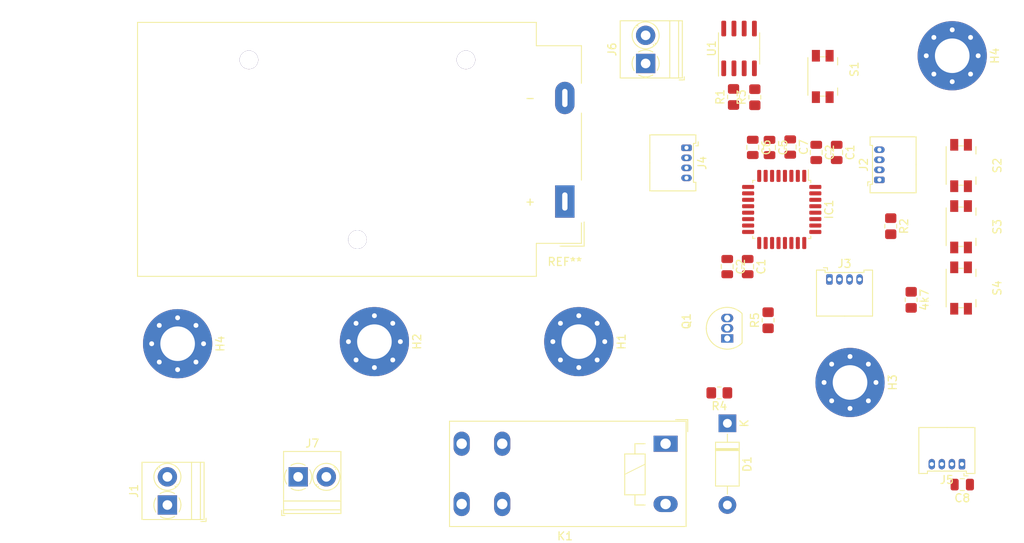
<source format=kicad_pcb>
(kicad_pcb (version 20221018) (generator pcbnew)
  (layers (0 "F.Cu" signal) (31 "B.Cu" signal) (34 "B.Paste" user) (35 "F.Paste" user) (36 "B.SilkS" user "B.Silkscreen") (37 "F.SilkS" user "F.Silkscreen") (38 "B.Mask" user) (39 "F.Mask" user) (44 "Edge.Cuts" user))
  (net 0 "")
  (net 1 "GND")
  (net 2 "VDA")
  (net 3 "Net-(D1-K)")
  (net 4 "Net-(D1-A)")
  (net 5 "12V")
  (net 6 "ST_SDA")
  (net 7 "ST_SCL")
  (net 8 "D0-T")
  (net 9 "NRST")
  (net 10 "D0-A")
  (net 12 "Dp_SCL")
  (net 13 "Dp_SDA")
  (net 15 "Net-(U1-ADJ)")
  (net 16 "ValvulaSolenoide_pin")
  (net 17 "5V")
  (net 23 "BtModo")
  (net 24 "BtMenos")
  (net 26 "BtMais")
  (net 27 "BOOT0")
  (net 36 "GND_bat")
  (net 44 "btGND")
  (net 45 "Net-(J7-Pin_1)")
  (net 46 "VDD")
  (footprint "TerminalBlock_Phoenix:TerminalBlock_Phoenix_PT-1,5-2-3.5-H_1x02_P3.50mm_Horizontal" (layer "F.Cu") (at 72.649935 116.84 90)
    (fp_text reference "J1" (at 1.75 -4.16 90) (layer "F.SilkS"))
    (fp_text value "TerminalBateria")
    (fp_line (start -2.05 4.16) (end -2.05 4.8) (stroke (width 0.12)) (layer "F.SilkS"))
    (fp_line (start -2.05 4.8) (end -1.65 4.8) (stroke (width 0.12)) (layer "F.SilkS"))
    (fp_line (start -1.81 -3.16) (end -1.81 4.56) (stroke (width 0.12)) (layer "F.SilkS"))
    (fp_line (start -1.81 -3.16) (end 5.31 -3.16) (stroke (width 0.12)) (layer "F.SilkS"))
    (fp_line (start -1.81 3) (end 5.31 3) (stroke (width 0.12)) (layer "F.SilkS"))
    (fp_line (start -1.81 4.1) (end 5.31 4.1) (stroke (width 0.12)) (layer "F.SilkS"))
    (fp_line (start -1.81 4.56) (end 5.31 4.56) (stroke (width 0.12)) (layer "F.SilkS"))
    (fp_line (start 2.355 0.941) (end 2.226 1.069) (stroke (width 0.12)) (layer "F.SilkS"))
    (fp_line (start 2.525 1.181) (end 2.431 1.274) (stroke (width 0.12)) (layer "F.SilkS"))
    (fp_line (start 4.57 -1.275) (end 4.476 -1.181) (stroke (width 0.12)) (layer "F.SilkS"))
    (fp_line (start 4.775 -1.069) (end 4.646 -0.941) (stroke (width 0.12)) (layer "F.SilkS"))
    (fp_line (start 5.31 -3.16) (end 5.31 4.56) (stroke (width 0.12)) (layer "F.SilkS"))
    (fp_arc (start -1.425358 0.889894) (mid -1.680286 0.014012) (end -1.44 -0.866) (stroke (width 0.12)) (layer "F.SilkS"))
    (fp_arc (start -0.889894 -1.425358) (mid -0.014012 -1.680286) (end 0.866 -1.44) (stroke (width 0.12)) (layer "F.SilkS"))
    (fp_arc (start 0.028674 1.680099) (mid -0.435535 1.622918) (end -0.866 1.44) (stroke (width 0.12)) (layer "F.SilkS"))
    (fp_arc (start 0.890264 1.424721) (mid 0.463071 1.61492) (end 0 1.68) (stroke (width 0.12)) (layer "F.SilkS"))
    (fp_arc (start 1.425504 -0.890193) (mid 1.680626 0.000476) (end 1.425 0.891) (stroke (width 0.12)) (layer "F.SilkS"))
    (fp_circle (center 3.5 0) (end 5.18 0) (stroke (width 0.12)) (fill none) (layer "F.SilkS"))
    (pad "1" thru_hole rect (at 0 0 90) (size 2.4 2.4) (drill 1.2) (layers "*.Cu" "*.Mask") (net 5 "12V"))
    (pad "2" thru_hole circle (at 3.5 0 90) (size 2.4 2.4) (drill 1.2) (layers "*.Cu" "*.Mask") (net 36 "GND_bat"))
  )
  (footprint "MountingHole:MountingHole_4.3mm_M4_Pad_Via" (layer "F.Cu") (at 98.375 96.52 -90)
    (fp_text reference "H2" (at 0 -5.3 90) (layer "F.SilkS"))
    (fp_text value "MountingHole_Pad")
    (pad "1" thru_hole circle (at -3.225 0 270) (size 0.9 0.9) (drill 0.6) (layers "*.Cu" "*.Mask") (net 2 "VDA"))
    (pad "1" thru_hole circle (at -2.280419 -2.280419 270) (size 0.9 0.9) (drill 0.6) (layers "*.Cu" "*.Mask") (net 2 "VDA"))
    (pad "1" thru_hole circle (at -2.280419 2.280419 270) (size 0.9 0.9) (drill 0.6) (layers "*.Cu" "*.Mask") (net 2 "VDA"))
    (pad "1" thru_hole circle (at 0 -3.225 270) (size 0.9 0.9) (drill 0.6) (layers "*.Cu" "*.Mask") (net 2 "VDA"))
    (pad "1" thru_hole circle (at 0 0 270) (size 8.6 8.6) (drill 4.3) (layers "*.Cu" "*.Mask") (net 2 "VDA"))
    (pad "1" thru_hole circle (at 0 3.225 270) (size 0.9 0.9) (drill 0.6) (layers "*.Cu" "*.Mask") (net 2 "VDA"))
    (pad "1" thru_hole circle (at 2.280419 -2.280419 270) (size 0.9 0.9) (drill 0.6) (layers "*.Cu" "*.Mask") (net 2 "VDA"))
    (pad "1" thru_hole circle (at 2.280419 2.280419 270) (size 0.9 0.9) (drill 0.6) (layers "*.Cu" "*.Mask") (net 2 "VDA"))
    (pad "1" thru_hole circle (at 3.225 0 270) (size 0.9 0.9) (drill 0.6) (layers "*.Cu" "*.Mask") (net 2 "VDA"))
  )
  (footprint "Capacitor_SMD:C_0805_2012Metric" (layer "F.Cu") (at 144.76 87.19 -90)
    (fp_text reference "C1" (at 0 -1.68 90) (layer "F.SilkS"))
    (fp_text value "10uF")
    (fp_line (start -0.261252 -0.735) (end 0.261252 -0.735) (stroke (width 0.12)) (layer "F.SilkS"))
    (fp_line (start -0.261252 0.735) (end 0.261252 0.735) (stroke (width 0.12)) (layer "F.SilkS"))
    (pad "1" smd roundrect (at -0.95 0 270) (size 1 1.45) (layers "F.Cu" "F.Paste" "F.Mask") (net 2 "VDA"))
    (pad "2" smd roundrect (at 0.95 0 270) (size 1 1.45) (layers "F.Cu" "F.Paste" "F.Mask") (net 1 "GND"))
  )
  (footprint "Button_Switch_SMD:Panasonic_EVQPUK_EVQPUB" (layer "F.Cu") (at 154.09 63.535 -90)
    (fp_text reference "S1" (at -0.892231 -3.928391 90) (layer "F.SilkS"))
    (fp_text value "btSwitch")
    (fp_line (start -2.45 0.275) (end -2.45 -0.275) (stroke (width 0.12)) (layer "F.SilkS"))
    (fp_line (start -1.425 -1.85) (end -2.35 -1.85) (stroke (width 0.12)) (layer "F.SilkS"))
    (fp_line (start 2.35 -1.85) (end 1.425 -1.85) (stroke (width 0.12)) (layer "F.SilkS"))
    (fp_line (start 2.35 1.85) (end -2.35 1.85) (stroke (width 0.12)) (layer "F.SilkS"))
    (fp_line (start 2.45 0.275) (end 2.45 -0.275) (stroke (width 0.12)) (layer "F.SilkS"))
    (pad "1" smd rect (at -2.575 -0.85 90) (size 1.45 1) (layers "F.Cu" "F.Paste" "F.Mask") (net 2 "VDA"))
    (pad "1" smd rect (at 2.575 -0.85 90) (size 1.45 1) (layers "F.Cu" "F.Paste" "F.Mask") (net 2 "VDA"))
    (pad "2" smd rect (at -2.575 0.85 90) (size 1.45 1) (layers "F.Cu" "F.Paste" "F.Mask"))
    (pad "2" smd rect (at 2.575 0.85 90) (size 1.45 1) (layers "F.Cu" "F.Paste" "F.Mask"))
  )
  (footprint "Capacitor_SMD:C_0805_2012Metric" (layer "F.Cu") (at 153.282658 72.984906 -90)
    (fp_text reference "C2" (at 0 -1.68 90) (layer "F.SilkS"))
    (fp_text value "100nF")
    (fp_line (start -0.261252 -0.735) (end 0.261252 -0.735) (stroke (width 0.12)) (layer "F.SilkS"))
    (fp_line (start -0.261252 0.735) (end 0.261252 0.735) (stroke (width 0.12)) (layer "F.SilkS"))
    (pad "1" smd roundrect (at -0.95 0 270) (size 1 1.45) (layers "F.Cu" "F.Paste" "F.Mask") (net 46 "VDD"))
    (pad "2" smd roundrect (at 0.95 0 270) (size 1 1.45) (layers "F.Cu" "F.Paste" "F.Mask") (net 2 "VDA"))
  )
  (footprint "Capacitor_SMD:C_0805_2012Metric" (layer "F.Cu") (at 142.22 87.19 -90)
    (fp_text reference "C2" (at 0 -1.68 90) (layer "F.SilkS"))
    (fp_text value "100nF")
    (fp_line (start -0.261252 -0.735) (end 0.261252 -0.735) (stroke (width 0.12)) (layer "F.SilkS"))
    (fp_line (start -0.261252 0.735) (end 0.261252 0.735) (stroke (width 0.12)) (layer "F.SilkS"))
    (pad "1" smd roundrect (at -0.95 0 270) (size 1 1.45) (layers "F.Cu" "F.Paste" "F.Mask") (net 2 "VDA"))
    (pad "2" smd roundrect (at 0.95 0 270) (size 1 1.45) (layers "F.Cu" "F.Paste" "F.Mask") (net 1 "GND"))
  )
  (footprint "Resistor_SMD:R_0805_2012Metric_Pad1.20x1.40mm_HandSolder" (layer "F.Cu") (at 143.002092 66.086265 90)
    (fp_text reference "R1" (at 0 -1.65 90) (layer "F.SilkS"))
    (fp_text value "SMD 220R")
    (fp_line (start -0.227064 -0.735) (end 0.227064 -0.735) (stroke (width 0.12)) (layer "F.SilkS"))
    (fp_line (start -0.227064 0.735) (end 0.227064 0.735) (stroke (width 0.12)) (layer "F.SilkS"))
    (pad "1" smd roundrect (at -1 0 90) (size 1.2 1.4) (layers "F.Cu" "F.Paste" "F.Mask") (roundrect_rratio 0.2083333333) (net 15 "Net-(U1-ADJ)"))
    (pad "2" smd roundrect (at 1 0 90) (size 1.2 1.4) (layers "F.Cu" "F.Paste" "F.Mask") (roundrect_rratio 0.2083333333) (net 46 "VDD"))
  )
  (footprint "Capacitor_SMD:C_0805_2012Metric" (layer "F.Cu") (at 171.43 114.3 180)
    (fp_text reference "C8" (at 0 -1.68) (layer "F.SilkS"))
    (fp_text value "100n")
    (fp_line (start -0.261252 -0.735) (end 0.261252 -0.735) (stroke (width 0.12)) (layer "F.SilkS"))
    (fp_line (start -0.261252 0.735) (end 0.261252 0.735) (stroke (width 0.12)) (layer "F.SilkS"))
    (pad "1" smd roundrect (at -0.95 0 180) (size 1 1.45) (layers "F.Cu" "F.Paste" "F.Mask") (net 46 "VDD"))
    (pad "2" smd roundrect (at 0.95 0 180) (size 1 1.45) (layers "F.Cu" "F.Paste" "F.Mask") (net 2 "VDA"))
  )
  (footprint "Diode_THT:D_DO-41_SOD81_P10.16mm_Horizontal" (layer "F.Cu") (at 142.24 106.68 -90)
    (fp_text reference "D1" (at 5.08 -2.47 90) (layer "F.SilkS"))
    (fp_text value "1N4001")
    (fp_text user "K" (at 0 -2.1 90) (layer "F.SilkS"))
    (fp_line (start 1.34 0) (end 2.36 0) (stroke (width 0.12)) (layer "F.SilkS"))
    (fp_line (start 2.36 -1.47) (end 2.36 1.47) (stroke (width 0.12)) (layer "F.SilkS"))
    (fp_line (start 2.36 1.47) (end 7.8 1.47) (stroke (width 0.12)) (layer "F.SilkS"))
    (fp_line (start 3.14 -1.47) (end 3.14 1.47) (stroke (width 0.12)) (layer "F.SilkS"))
    (fp_line (start 3.26 -1.47) (end 3.26 1.47) (stroke (width 0.12)) (layer "F.SilkS"))
    (fp_line (start 3.38 -1.47) (end 3.38 1.47) (stroke (width 0.12)) (layer "F.SilkS"))
    (fp_line (start 7.8 -1.47) (end 2.36 -1.47) (stroke (width 0.12)) (layer "F.SilkS"))
    (fp_line (start 7.8 1.47) (end 7.8 -1.47) (stroke (width 0.12)) (layer "F.SilkS"))
    (fp_line (start 8.82 0) (end 7.8 0) (stroke (width 0.12)) (layer "F.SilkS"))
    (pad "1" thru_hole rect (at 0 0 270) (size 2.2 2.2) (drill 1.1) (layers "*.Cu" "*.Mask") (net 3 "Net-(D1-K)"))
    (pad "2" thru_hole oval (at 10.16 0 270) (size 2.2 2.2) (drill 1.1) (layers "*.Cu" "*.Mask") (net 4 "Net-(D1-A)"))
  )
  (footprint "MountingHole:MountingHole_4.3mm_M4_Pad_Via" (layer "F.Cu") (at 73.919581 96.779581 -90)
    (fp_text reference "H4" (at 0 -5.3 90) (layer "F.SilkS"))
    (fp_text value "MountingHole_Pad")
    (pad "1" thru_hole circle (at -3.225 0 270) (size 0.9 0.9) (drill 0.6) (layers "*.Cu" "*.Mask") (net 2 "VDA"))
    (pad "1" thru_hole circle (at -2.280419 -2.280419 270) (size 0.9 0.9) (drill 0.6) (layers "*.Cu" "*.Mask") (net 2 "VDA"))
    (pad "1" thru_hole circle (at -2.280419 2.280419 270) (size 0.9 0.9) (drill 0.6) (layers "*.Cu" "*.Mask") (net 2 "VDA"))
    (pad "1" thru_hole circle (at 0 -3.225 270) (size 0.9 0.9) (drill 0.6) (layers "*.Cu" "*.Mask") (net 2 "VDA"))
    (pad "1" thru_hole circle (at 0 0 270) (size 8.6 8.6) (drill 4.3) (layers "*.Cu" "*.Mask") (net 2 "VDA"))
    (pad "1" thru_hole circle (at 0 3.225 270) (size 0.9 0.9) (drill 0.6) (layers "*.Cu" "*.Mask") (net 2 "VDA"))
    (pad "1" thru_hole circle (at 2.280419 -2.280419 270) (size 0.9 0.9) (drill 0.6) (layers "*.Cu" "*.Mask") (net 2 "VDA"))
    (pad "1" thru_hole circle (at 2.280419 2.280419 270) (size 0.9 0.9) (drill 0.6) (layers "*.Cu" "*.Mask") (net 2 "VDA"))
    (pad "1" thru_hole circle (at 3.225 0 270) (size 0.9 0.9) (drill 0.6) (layers "*.Cu" "*.Mask") (net 2 "VDA"))
  )
  (footprint "MountingHole:MountingHole_4.3mm_M4_Pad_Via" (layer "F.Cu") (at 157.48 101.6 -90)
    (fp_text reference "H3" (at 0 -5.3 90) (layer "F.SilkS"))
    (fp_text value "MountingHole_Pad")
    (pad "1" thru_hole circle (at -3.225 0 270) (size 0.9 0.9) (drill 0.6) (layers "*.Cu" "*.Mask") (net 2 "VDA"))
    (pad "1" thru_hole circle (at -2.280419 -2.280419 270) (size 0.9 0.9) (drill 0.6) (layers "*.Cu" "*.Mask") (net 2 "VDA"))
    (pad "1" thru_hole circle (at -2.280419 2.280419 270) (size 0.9 0.9) (drill 0.6) (layers "*.Cu" "*.Mask") (net 2 "VDA"))
    (pad "1" thru_hole circle (at 0 -3.225 270) (size 0.9 0.9) (drill 0.6) (layers "*.Cu" "*.Mask") (net 2 "VDA"))
    (pad "1" thru_hole circle (at 0 0 270) (size 8.6 8.6) (drill 4.3) (layers "*.Cu" "*.Mask") (net 2 "VDA"))
    (pad "1" thru_hole circle (at 0 3.225 270) (size 0.9 0.9) (drill 0.6) (layers "*.Cu" "*.Mask") (net 2 "VDA"))
    (pad "1" thru_hole circle (at 2.280419 -2.280419 270) (size 0.9 0.9) (drill 0.6) (layers "*.Cu" "*.Mask") (net 2 "VDA"))
    (pad "1" thru_hole circle (at 2.280419 2.280419 270) (size 0.9 0.9) (drill 0.6) (layers "*.Cu" "*.Mask") (net 2 "VDA"))
    (pad "1" thru_hole circle (at 3.225 0 270) (size 0.9 0.9) (drill 0.6) (layers "*.Cu" "*.Mask") (net 2 "VDA"))
  )
  (footprint "Package_SO:SOIC-8_3.9x4.9mm_P1.27mm" (layer "F.Cu") (at 143.690788 60.050851 90)
    (fp_text reference "U1" (at 0 -3.4 90) (layer "F.SilkS"))
    (fp_text value "LM317L_SO8")
    (fp_line (start 0 -2.56) (end -3.45 -2.56) (stroke (width 0.12)) (layer "F.SilkS"))
    (fp_line (start 0 -2.56) (end 1.95 -2.56) (stroke (width 0.12)) (layer "F.SilkS"))
    (fp_line (start 0 2.56) (end -1.95 2.56) (stroke (width 0.12)) (layer "F.SilkS"))
    (fp_line (start 0 2.56) (end 1.95 2.56) (stroke (width 0.12)) (layer "F.SilkS"))
    (pad "1" smd roundrect (at -2.475 -1.905 90) (size 1.95 0.6) (layers "F.Cu" "F.Paste" "F.Mask") (net 17 "5V"))
    (pad "2" smd roundrect (at -2.475 -0.635 90) (size 1.95 0.6) (layers "F.Cu" "F.Paste" "F.Mask") (net 46 "VDD"))
    (pad "3" smd roundrect (at -2.475 0.635 90) (size 1.95 0.6) (layers "F.Cu" "F.Paste" "F.Mask") (net 46 "VDD"))
    (pad "4" smd roundrect (at -2.475 1.905 90) (size 1.95 0.6) (layers "F.Cu" "F.Paste" "F.Mask") (net 15 "Net-(U1-ADJ)"))
    (pad "5" smd roundrect (at 2.475 1.905 90) (size 1.95 0.6) (layers "F.Cu" "F.Paste" "F.Mask"))
    (pad "6" smd roundrect (at 2.475 0.635 90) (size 1.95 0.6) (layers "F.Cu" "F.Paste" "F.Mask") (net 46 "VDD"))
    (pad "7" smd roundrect (at 2.475 -0.635 90) (size 1.95 0.6) (layers "F.Cu" "F.Paste" "F.Mask") (net 46 "VDD"))
    (pad "8" smd roundrect (at 2.475 -1.905 90) (size 1.95 0.6) (layers "F.Cu" "F.Paste" "F.Mask"))
  )
  (footprint "Capacitor_SMD:C_0805_2012Metric" (layer "F.Cu") (at 145.390648 72.358793 -90)
    (fp_text reference "C6" (at 0 -1.68 90) (layer "F.SilkS"))
    (fp_text value "100nf")
    (fp_line (start -0.261252 -0.735) (end 0.261252 -0.735) (stroke (width 0.12)) (layer "F.SilkS"))
    (fp_line (start -0.261252 0.735) (end 0.261252 0.735) (stroke (width 0.12)) (layer "F.SilkS"))
    (pad "1" smd roundrect (at -0.95 0 270) (size 1 1.45) (layers "F.Cu" "F.Paste" "F.Mask") (net 2 "VDA"))
    (pad "2" smd roundrect (at 0.95 0 270) (size 1 1.45) (layers "F.Cu" "F.Paste" "F.Mask") (net 1 "GND"))
  )
  (footprint "TerminalBlock_Phoenix:TerminalBlock_Phoenix_PT-1,5-2-3.5-H_1x02_P3.50mm_Horizontal" (layer "F.Cu") (at 132.08 61.92 90)
    (fp_text reference "J6" (at 1.75 -4.16 90) (layer "F.SilkS"))
    (fp_text value "TerminalPilha")
    (fp_line (start -2.05 4.16) (end -2.05 4.8) (stroke (width 0.12)) (layer "F.SilkS"))
    (fp_line (start -2.05 4.8) (end -1.65 4.8) (stroke (width 0.12)) (layer "F.SilkS"))
    (fp_line (start -1.81 -3.16) (end -1.81 4.56) (stroke (width 0.12)) (layer "F.SilkS"))
    (fp_line (start -1.81 -3.16) (end 5.31 -3.16) (stroke (width 0.12)) (layer "F.SilkS"))
    (fp_line (start -1.81 3) (end 5.31 3) (stroke (width 0.12)) (layer "F.SilkS"))
    (fp_line (start -1.81 4.1) (end 5.31 4.1) (stroke (width 0.12)) (layer "F.SilkS"))
    (fp_line (start -1.81 4.56) (end 5.31 4.56) (stroke (width 0.12)) (layer "F.SilkS"))
    (fp_line (start 2.355 0.941) (end 2.226 1.069) (stroke (width 0.12)) (layer "F.SilkS"))
    (fp_line (start 2.525 1.181) (end 2.431 1.274) (stroke (width 0.12)) (layer "F.SilkS"))
    (fp_line (start 4.57 -1.275) (end 4.476 -1.181) (stroke (width 0.12)) (layer "F.SilkS"))
    (fp_line (start 4.775 -1.069) (end 4.646 -0.941) (stroke (width 0.12)) (layer "F.SilkS"))
    (fp_line (start 5.31 -3.16) (end 5.31 4.56) (stroke (width 0.12)) (layer "F.SilkS"))
    (fp_arc (start -1.425358 0.889894) (mid -1.680286 0.014012) (end -1.44 -0.866) (stroke (width 0.12)) (layer "F.SilkS"))
    (fp_arc (start -0.889894 -1.425358) (mid -0.014012 -1.680286) (end 0.866 -1.44) (stroke (width 0.12)) (layer "F.SilkS"))
    (fp_arc (start 0.028674 1.680099) (mid -0.435535 1.622918) (end -0.866 1.44) (stroke (width 0.12)) (layer "F.SilkS"))
    (fp_arc (start 0.890264 1.424721) (mid 0.463071 1.61492) (end 0 1.68) (stroke (width 0.12)) (layer "F.SilkS"))
    (fp_arc (start 1.425504 -0.890193) (mid 1.680626 0.000476) (end 1.425 0.891) (stroke (width 0.12)) (layer "F.SilkS"))
    (fp_circle (center 3.5 0) (end 5.18 0) (stroke (width 0.12)) (fill none) (layer "F.SilkS"))
    (pad "1" thru_hole rect (at 0 0 90) (size 2.4 2.4) (drill 1.2) (layers "*.Cu" "*.Mask") (net 17 "5V"))
    (pad "2" thru_hole circle (at 3.5 0 90) (size 2.4 2.4) (drill 1.2) (layers "*.Cu" "*.Mask") (net 2 "VDA"))
  )
  (footprint "Package_TO_SOT_THT:TO-92_Inline" (layer "F.Cu") (at 142.22 96.126065 90)
    (fp_text reference "Q1" (at 2.146065 -5.06 90) (layer "F.SilkS"))
    (fp_text value "pnp TO-92 BC307")
    (fp_line (start -0.53 1.85) (end 3.07 1.85) (stroke (width 0.12)) (layer "F.SilkS"))
    (fp_arc (start -0.568478 1.838478) (mid -1.132087 -0.994977) (end 1.27 -2.6) (stroke (width 0.12)) (layer "F.SilkS"))
    (fp_arc (start 1.27 -2.6) (mid 3.672087 -0.994977) (end 3.108478 1.838478) (stroke (width 0.12)) (layer "F.SilkS"))
    (pad "1" thru_hole rect (at 0 0 90) (size 1.05 1.5) (drill 0.75) (layers "*.Cu" "*.Mask") (net 4 "Net-(D1-A)"))
    (pad "2" thru_hole oval (at 1.27 0 90) (size 1.05 1.5) (drill 0.75) (layers "*.Cu" "*.Mask") (net 2 "VDA"))
    (pad "3" thru_hole oval (at 2.54 0 90) (size 1.05 1.5) (drill 0.75) (layers "*.Cu" "*.Mask") (net 2 "VDA"))
  )
  (footprint "Capacitor_SMD:C_0805_2012Metric" (layer "F.Cu") (at 147.473125 72.369227 -90)
    (fp_text reference "C5" (at 0 -1.68 90) (layer "F.SilkS"))
    (fp_text value "1uf")
    (fp_line (start -0.261252 -0.735) (end 0.261252 -0.735) (stroke (width 0.12)) (layer "F.SilkS"))
    (fp_line (start -0.261252 0.735) (end 0.261252 0.735) (stroke (width 0.12)) (layer "F.SilkS"))
    (pad "1" smd roundrect (at -0.95 0 270) (size 1 1.45) (layers "F.Cu" "F.Paste" "F.Mask") (net 2 "VDA"))
    (pad "2" smd roundrect (at 0.95 0 270) (size 1 1.45) (layers "F.Cu" "F.Paste" "F.Mask") (net 1 "GND"))
  )
  (footprint "Package_QFP:LQFP-32_7x7mm_P0.8mm" (layer "F.Cu") (at 148.992669 80.078242 -90)
    (fp_text reference "IC1" (at 0 -5.88 90) (layer "F.SilkS"))
    (fp_text value "STM32L052K8T6")
    (fp_line (start -3.61 -3.61) (end -3.61 -3.31) (stroke (width 0.12)) (layer "F.SilkS"))
    (fp_line (start -3.61 -3.31) (end -4.925 -3.31) (stroke (width 0.12)) (layer "F.SilkS"))
    (fp_line (start -3.61 3.61) (end -3.61 3.31) (stroke (width 0.12)) (layer "F.SilkS"))
    (fp_line (start -3.31 -3.61) (end -3.61 -3.61) (stroke (width 0.12)) (layer "F.SilkS"))
    (fp_line (start -3.31 3.61) (end -3.61 3.61) (stroke (width 0.12)) (layer "F.SilkS"))
    (fp_line (start 3.31 -3.61) (end 3.61 -3.61) (stroke (width 0.12)) (layer "F.SilkS"))
    (fp_line (start 3.31 3.61) (end 3.61 3.61) (stroke (width 0.12)) (layer "F.SilkS"))
    (fp_line (start 3.61 -3.61) (end 3.61 -3.31) (stroke (width 0.12)) (layer "F.SilkS"))
    (fp_line (start 3.61 3.61) (end 3.61 3.31) (stroke (width 0.12)) (layer "F.SilkS"))
    (pad "1" smd roundrect (at -4.175 -2.8 270) (size 1.5 0.5) (layers "F.Cu" "F.Paste" "F.Mask") (net 46 "VDD"))
    (pad "2" smd roundrect (at -4.175 -2 270) (size 1.5 0.5) (layers "F.Cu" "F.Paste" "F.Mask"))
    (pad "3" smd roundrect (at -4.175 -1.2 270) (size 1.5 0.5) (layers "F.Cu" "F.Paste" "F.Mask"))
    (pad "4" smd roundrect (at -4.175 -0.4 270) (size 1.5 0.5) (layers "F.Cu" "F.Paste" "F.Mask") (net 9 "NRST"))
    (pad "5" smd roundrect (at -4.175 0.4 270) (size 1.5 0.5) (layers "F.Cu" "F.Paste" "F.Mask") (net 2 "VDA"))
    (pad "6" smd roundrect (at -4.175 1.2 270) (size 1.5 0.5) (layers "F.Cu" "F.Paste" "F.Mask"))
    (pad "7" smd roundrect (at -4.175 2 270) (size 1.5 0.5) (layers "F.Cu" "F.Paste" "F.Mask"))
    (pad "8" smd roundrect (at -4.175 2.8 270) (size 1.5 0.5) (layers "F.Cu" "F.Paste" "F.Mask") (net 8 "D0-T"))
    (pad "9" smd roundrect (at -2.8 4.175 270) (size 0.5 1.5) (layers "F.Cu" "F.Paste" "F.Mask"))
    (pad "10" smd roundrect (at -2 4.175 270) (size 0.5 1.5) (layers "F.Cu" "F.Paste" "F.Mask"))
    (pad "11" smd roundrect (at -1.2 4.175 270) (size 0.5 1.5) (layers "F.Cu" "F.Paste" "F.Mask"))
    (pad "12" smd roundrect (at -0.4 4.175 270) (size 0.5 1.5) (layers "F.Cu" "F.Paste" "F.Mask"))
    (pad "13" smd roundrect (at 0.4 4.175 270) (size 0.5 1.5) (layers "F.Cu" "F.Paste" "F.Mask"))
    (pad "14" smd roundrect (at 1.2 4.175 270) (size 0.5 1.5) (layers "F.Cu" "F.Paste" "F.Mask"))
    (pad "15" smd roundrect (at 2 4.175 270) (size 0.5 1.5) (layers "F.Cu" "F.Paste" "F.Mask"))
    (pad "16" smd roundrect (at 2.8 4.175 270) (size 0.5 1.5) (layers "F.Cu" "F.Paste" "F.Mask") (net 2 "VDA"))
    (pad "17" smd roundrect (at 4.175 2.8 270) (size 1.5 0.5) (layers "F.Cu" "F.Paste" "F.Mask") (net 46 "VDD"))
    (pad "18" smd roundrect (at 4.175 2 270) (size 1.5 0.5) (layers "F.Cu" "F.Paste" "F.Mask"))
    (pad "19" smd roundrect (at 4.175 1.2 270) (size 1.5 0.5) (layers "F.Cu" "F.Paste" "F.Mask") (net 10 "D0-A"))
    (pad "20" smd roundrect (at 4.175 0.4 270) (size 1.5 0.5) (layers "F.Cu" "F.Paste" "F.Mask"))
    (pad "21" smd roundrect (at 4.175 -0.4 270) (size 1.5 0.5) (layers "F.Cu" "F.Paste" "F.Mask") (net 16 "ValvulaSolenoide_pin"))
    (pad "22" smd roundrect (at 4.175 -1.2 270) (size 1.5 0.5) (layers "F.Cu" "F.Paste" "F.Mask"))
    (pad "23" smd roundrect (at 4.175 -2 270) (size 1.5 0.5) (layers "F.Cu" "F.Paste" "F.Mask") (net 6 "ST_SDA"))
    (pad "24" smd roundrect (at 4.175 -2.8 270) (size 1.5 0.5) (layers "F.Cu" "F.Paste" "F.Mask") (net 7 "ST_SCL"))
    (pad "25" smd roundrect (at 2.8 -4.175 270) (size 0.5 1.5) (layers "F.Cu" "F.Paste" "F.Mask"))
    (pad "26" smd roundrect (at 2 -4.175 270) (size 0.5 1.5) (layers "F.Cu" "F.Paste" "F.Mask") (net 23 "BtModo"))
    (pad "27" smd roundrect (at 1.2 -4.175 270) (size 0.5 1.5) (layers "F.Cu" "F.Paste" "F.Mask") (net 24 "BtMenos"))
    (pad "28" smd roundrect (at 0.4 -4.175 270) (size 0.5 1.5) (layers "F.Cu" "F.Paste" "F.Mask") (net 26 "BtMais"))
    (pad "29" smd roundrect (at -0.4 -4.175 270) (size 0.5 1.5) (layers "F.Cu" "F.Paste" "F.Mask") (net 12 "Dp_SCL"))
    (pad "30" smd roundrect (at -1.2 -4.175 270) (size 0.5 1.5) (layers "F.Cu" "F.Paste" "F.Mask") (net 13 "Dp_SDA"))
    (pad "31" smd roundrect (at -2 -4.175 270) (size 0.5 1.5) (layers "F.Cu" "F.Paste" "F.Mask") (net 27 "BOOT0"))
    (pad "32" smd roundrect (at -2.8 -4.175 270) (size 0.5 1.5) (layers "F.Cu" "F.Paste" "F.Mask") (net 2 "VDA"))
  )
  (footprint "Resistor_SMD:R_0805_2012Metric_Pad1.20x1.40mm_HandSolder" (layer "F.Cu") (at 147.3 93.86 90)
    (fp_text reference "R5" (at 0 -1.65 90) (layer "F.SilkS"))
    (fp_text value "SMD R")
    (fp_line (start -0.227064 -0.735) (end 0.227064 -0.735) (stroke (width 0.12)) (layer "F.SilkS"))
    (fp_line (start -0.227064 0.735) (end 0.227064 0.735) (stroke (width 0.12)) (layer "F.SilkS"))
    (pad "1" smd roundrect (at -1 0 90) (size 1.2 1.4) (layers "F.Cu" "F.Paste" "F.Mask") (roundrect_rratio 0.2083333333) (net 2 "VDA"))
    (pad "2" smd roundrect (at 1 0 90) (size 1.2 1.4) (layers "F.Cu" "F.Paste" "F.Mask") (roundrect_rratio 0.2083333333) (net 16 "ValvulaSolenoide_pin"))
  )
  (footprint "Resistor_SMD:R_0805_2012Metric_Pad1.20x1.40mm_HandSolder" (layer "F.Cu") (at 162.54 82.16 -90)
    (fp_text reference "R2" (at 0 -1.65 90) (layer "F.SilkS"))
    (fp_text value "10kR")
    (fp_line (start -0.227064 -0.735) (end 0.227064 -0.735) (stroke (width 0.12)) (layer "F.SilkS"))
    (fp_line (start -0.227064 0.735) (end 0.227064 0.735) (stroke (width 0.12)) (layer "F.SilkS"))
    (pad "1" smd roundrect (at -1 0 270) (size 1.2 1.4) (layers "F.Cu" "F.Paste" "F.Mask") (roundrect_rratio 0.2083333333) (net 27 "BOOT0"))
    (pad "2" smd roundrect (at 1 0 270) (size 1.2 1.4) (layers "F.Cu" "F.Paste" "F.Mask") (roundrect_rratio 0.2083333333) (net 2 "VDA"))
  )
  (footprint "Button_Switch_SMD:Panasonic_EVQPUK_EVQPUB" (layer "F.Cu") (at 171.278391 89.852769 -90)
    (fp_text reference "S4" (at 0 -4.5 90) (layer "F.SilkS"))
    (fp_text value "btSwitch")
    (fp_line (start -2.45 0.275) (end -2.45 -0.275) (stroke (width 0.12)) (layer "F.SilkS"))
    (fp_line (start -1.425 -1.85) (end -2.35 -1.85) (stroke (width 0.12)) (layer "F.SilkS"))
    (fp_line (start 2.35 -1.85) (end 1.425 -1.85) (stroke (width 0.12)) (layer "F.SilkS"))
    (fp_line (start 2.35 1.85) (end -2.35 1.85) (stroke (width 0.12)) (layer "F.SilkS"))
    (fp_line (start 2.45 0.275) (end 2.45 -0.275) (stroke (width 0.12)) (layer "F.SilkS"))
    (pad "1" smd rect (at -2.575 -0.85 90) (size 1.45 1) (layers "F.Cu" "F.Paste" "F.Mask"))
    (pad "1" smd rect (at 2.575 -0.85 90) (size 1.45 1) (layers "F.Cu" "F.Paste" "F.Mask"))
    (pad "2" smd rect (at -2.575 0.85 90) (size 1.45 1) (layers "F.Cu" "F.Paste" "F.Mask") (net 44 "btGND"))
    (pad "2" smd rect (at 2.575 0.85 90) (size 1.45 1) (layers "F.Cu" "F.Paste" "F.Mask") (net 44 "btGND"))
  )
  (footprint "MountingHole:MountingHole_4.3mm_M4_Pad_Via" (layer "F.Cu") (at 123.775 96.52 -90)
    (fp_text reference "H1" (at 0 -5.3 90) (layer "F.SilkS"))
    (fp_text value "MountingHole_Pad")
    (pad "1" thru_hole circle (at -3.225 0 270) (size 0.9 0.9) (drill 0.6) (layers "*.Cu" "*.Mask") (net 2 "VDA"))
    (pad "1" thru_hole circle (at -2.280419 -2.280419 270) (size 0.9 0.9) (drill 0.6) (layers "*.Cu" "*.Mask") (net 2 "VDA"))
    (pad "1" thru_hole circle (at -2.280419 2.280419 270) (size 0.9 0.9) (drill 0.6) (layers "*.Cu" "*.Mask") (net 2 "VDA"))
    (pad "1" thru_hole circle (at 0 -3.225 270) (size 0.9 0.9) (drill 0.6) (layers "*.Cu" "*.Mask") (net 2 "VDA"))
    (pad "1" thru_hole circle (at 0 0 270) (size 8.6 8.6) (drill 4.3) (layers "*.Cu" "*.Mask") (net 2 "VDA"))
    (pad "1" thru_hole circle (at 0 3.225 270) (size 0.9 0.9) (drill 0.6) (layers "*.Cu" "*.Mask") (net 2 "VDA"))
    (pad "1" thru_hole circle (at 2.280419 -2.280419 270) (size 0.9 0.9) (drill 0.6) (layers "*.Cu" "*.Mask") (net 2 "VDA"))
    (pad "1" thru_hole circle (at 2.280419 2.280419 270) (size 0.9 0.9) (drill 0.6) (layers "*.Cu" "*.Mask") (net 2 "VDA"))
    (pad "1" thru_hole circle (at 3.225 0 270) (size 0.9 0.9) (drill 0.6) (layers "*.Cu" "*.Mask") (net 2 "VDA"))
  )
  (footprint "Connector_Molex:Molex_PicoBlade_53048-0410_1x04_P1.25mm_Horizontal" (layer "F.Cu") (at 161.133691 76.399129 90)
    (fp_text reference "J2" (at 1.88 -1.95 90) (layer "F.SilkS"))
    (fp_text value "Display_OLed")
    (fp_line (start -1.61 -1.16) (end -1.61 4.56) (stroke (width 0.12)) (layer "F.SilkS"))
    (fp_line (start -1.61 4.56) (end 1.875 4.56) (stroke (width 0.12)) (layer "F.SilkS"))
    (fp_line (start -0.54 -1.16) (end -1.61 -1.16) (stroke (width 0.12)) (layer "F.SilkS"))
    (fp_line (start -0.54 -0.86) (end -0.54 -1.16) (stroke (width 0.12)) (layer "F.SilkS"))
    (fp_line (start -0.25 -1.45) (end -0.75 -1.45) (stroke (width 0.12)) (layer "F.SilkS"))
    (fp_line (start -0.25 -1.15) (end -0.25 -1.45) (stroke (width 0.12)) (layer "F.SilkS"))
    (fp_line (start 1.875 -0.86) (end -0.54 -0.86) (stroke (width 0.12)) (layer "F.SilkS"))
    (fp_line (start 1.875 -0.86) (end 4.29 -0.86) (stroke (width 0.12)) (layer "F.SilkS"))
    (fp_line (start 4.29 -1.16) (end 5.36 -1.16) (stroke (width 0.12)) (layer "F.SilkS"))
    (fp_line (start 4.29 -0.86) (end 4.29 -1.16) (stroke (width 0.12)) (layer "F.SilkS"))
    (fp_line (start 5.36 -1.16) (end 5.36 4.56) (stroke (width 0.12)) (layer "F.SilkS"))
    (fp_line (start 5.36 4.56) (end 1.875 4.56) (stroke (width 0.12)) (layer "F.SilkS"))
    (pad "1" thru_hole roundrect (at 0 0 90) (size 0.8 1.3) (drill 0.5) (layers "*.Cu" "*.Mask") (net 2 "VDA"))
    (pad "2" thru_hole oval (at 1.25 0 90) (size 0.8 1.3) (drill 0.5) (layers "*.Cu" "*.Mask") (net 46 "VDD"))
    (pad "3" thru_hole oval (at 2.5 0 90) (size 0.8 1.3) (drill 0.5) (layers "*.Cu" "*.Mask") (net 12 "Dp_SCL"))
    (pad "4" thru_hole oval (at 3.75 0 90) (size 0.8 1.3) (drill 0.5) (layers "*.Cu" "*.Mask") (net 13 "Dp_SDA"))
  )
  (footprint "Battery:BatteryHolder_MPD_BA9VPC_1xPP3" (layer "F.Cu") (at 122.04 79.09 180)
    (fp_text reference "REF**" (at 0 -7.5) (layer "F.SilkS"))
    (fp_text value "BatteryHolder_MPD_BA9VPC_1xPP3")
    (fp_text user "+" (at 3.6 0) (layer "F.SilkS") (effects (justify right)))
    (fp_text user "-" (at 3.6 12.88) (layer "F.SilkS") (effects (justify right)))
    (fp_line (start -2.4 -5.55) (end -2.4 -2.55) (stroke (width 0.12)) (layer "F.SilkS"))
    (fp_line (start -2.4 -5.55) (end 0.6 -5.55) (stroke (width 0.12)) (layer "F.SilkS"))
    (fp_line (start -2.06 -5.21) (end -2.06 -2.65) (stroke (width 0.12)) (layer "F.SilkS"))
    (fp_line (start -2.06 2.65) (end -2.06 11) (stroke (width 0.12)) (layer "F.SilkS"))
    (fp_line (start -2.06 19.38) (end -2.06 14.7) (stroke (width 0.12)) (layer "F.SilkS"))
    (fp_line (start 3.54 -9.31) (end 3.54 -5.21) (stroke (width 0.12)) (layer "F.SilkS"))
    (fp_line (start 3.54 -5.21) (end -2.06 -5.21) (stroke (width 0.12)) (layer "F.SilkS"))
    (fp_line (start 3.54 19.38) (end -2.06 19.38) (stroke (width 0.12)) (layer "F.SilkS"))
    (fp_line (start 3.54 22.28) (end 3.54 19.38) (stroke (width 0.12)) (layer "F.SilkS"))
    (fp_line (start 53.1 -9.31) (end 3.54 -9.31) (stroke (width 0.12)) (layer "F.SilkS"))
    (fp_line (start 53.1 22.28) (end 3.54 22.28) (stroke (width 0.12)) (layer "F.SilkS"))
    (fp_line (start 53.1 22.28) (end 53.1 -9.31) (stroke (width 0.12)) (layer "F.SilkS"))
    (pad "" np_thru_hole circle (at 12.29 17.62 180) (size 2.3 2.3) (drill 2.29) (layers "*.Cu" "*.Mask"))
    (pad "" np_thru_hole circle (at 25.78 -4.73 180) (size 2.3 2.3) (drill 2.29) (layers "*.Cu" "*.Mask"))
    (pad "" np_thru_hole circle (at 39.26 17.62 180) (size 2.3 2.3) (drill 2.29) (layers "*.Cu" "*.Mask"))
    (pad "1" thru_hole rect (at 0 0 180) (size 2.41 4.02) (drill oval 0.66 2.27) (layers "*.Cu" "*.Mask"))
    (pad "2" thru_hole oval (at 0 12.88 180) (size 2.41 4.02) (drill oval 0.66 2.27) (layers "*.Cu" "*.Mask"))
  )
  (footprint "Connector_Molex:Molex_PicoBlade_53048-0410_1x04_P1.25mm_Horizontal" (layer "F.Cu") (at 171.39 111.76 180)
    (fp_text reference "J5" (at 1.88 -1.95) (layer "F.SilkS"))
    (fp_text value "Terminal_SensorAmbiente")
    (fp_line (start -1.61 -1.16) (end -1.61 4.56) (stroke (width 0.12)) (layer "F.SilkS"))
    (fp_line (start -1.61 4.56) (end 1.875 4.56) (stroke (width 0.12)) (layer "F.SilkS"))
    (fp_line (start -0.54 -1.16) (end -1.61 -1.16) (stroke (width 0.12)) (layer "F.SilkS"))
    (fp_line (start -0.54 -0.86) (end -0.54 -1.16) (stroke (width 0.12)) (layer "F.SilkS"))
    (fp_line (start -0.25 -1.45) (end -0.75 -1.45) (stroke (width 0.12)) (layer "F.SilkS"))
    (fp_line (start -0.25 -1.15) (end -0.25 -1.45) (stroke (width 0.12)) (layer "F.SilkS"))
    (fp_line (start 1.875 -0.86) (end -0.54 -0.86) (stroke (width 0.12)) (layer "F.SilkS"))
    (fp_line (start 1.875 -0.86) (end 4.29 -0.86) (stroke (width 0.12)) (layer "F.SilkS"))
    (fp_line (start 4.29 -1.16) (end 5.36 -1.16) (stroke (width 0.12)) (layer "F.SilkS"))
    (fp_line (start 4.29 -0.86) (end 4.29 -1.16) (stroke (width 0.12)) (layer "F.SilkS"))
    (fp_line (start 5.36 -1.16) (end 5.36 4.56) (stroke (width 0.12)) (layer "F.SilkS"))
    (fp_line (start 5.36 4.56) (end 1.875 4.56) (stroke (width 0.12)) (layer "F.SilkS"))
    (pad "1" thru_hole roundrect (at 0 0 180) (size 0.8 1.3) (drill 0.5) (layers "*.Cu" "*.Mask") (net 46 "VDD"))
    (pad "2" thru_hole oval (at 1.25 0 180) (size 0.8 1.3) (drill 0.5) (layers "*.Cu" "*.Mask") (net 2 "VDA"))
    (pad "3" thru_hole oval (at 2.5 0 180) (size 0.8 1.3) (drill 0.5) (layers "*.Cu" "*.Mask") (net 10 "D0-A"))
    (pad "4" thru_hole oval (at 3.75 0 180) (size 0.8 1.3) (drill 0.5) (layers "*.Cu" "*.Mask"))
  )
  (footprint "Resistor_SMD:R_0805_2012Metric_Pad1.20x1.40mm_HandSolder" (layer "F.Cu") (at 145.650712 66.120222 90)
    (fp_text reference "R3" (at 0 -1.65 90) (layer "F.SilkS"))
    (fp_text value "SMD 361R")
    (fp_line (start -0.227064 -0.735) (end 0.227064 -0.735) (stroke (width 0.12)) (layer "F.SilkS"))
    (fp_line (start -0.227064 0.735) (end 0.227064 0.735) (stroke (width 0.12)) (layer "F.SilkS"))
    (pad "1" smd roundrect (at -1 0 90) (size 1.2 1.4) (layers "F.Cu" "F.Paste" "F.Mask") (roundrect_rratio 0.2083333333) (net 2 "VDA"))
    (pad "2" smd roundrect (at 1 0 90) (size 1.2 1.4) (layers "F.Cu" "F.Paste" "F.Mask") (roundrect_rratio 0.2083333333) (net 15 "Net-(U1-ADJ)"))
  )
  (footprint "Resistor_SMD:R_0805_2012Metric_Pad1.20x1.40mm_HandSolder" (layer "F.Cu") (at 165.08 91.32 -90)
    (fp_text reference "4k7" (at 0 -1.65 90) (layer "F.SilkS"))
    (fp_text value "SMD R")
    (fp_line (start -0.227064 -0.735) (end 0.227064 -0.735) (stroke (width 0.12)) (layer "F.SilkS"))
    (fp_line (start -0.227064 0.735) (end 0.227064 0.735) (stroke (width 0.12)) (layer "F.SilkS"))
    (pad "1" smd roundrect (at -1 0 270) (size 1.2 1.4) (layers "F.Cu" "F.Paste" "F.Mask") (roundrect_rratio 0.2083333333) (net 2 "VDA"))
    (pad "2" smd roundrect (at 1 0 270) (size 1.2 1.4) (layers "F.Cu" "F.Paste" "F.Mask") (roundrect_rratio 0.2083333333) (net 44 "btGND"))
  )
  (footprint "Button_Switch_SMD:Panasonic_EVQPUK_EVQPUB" (layer "F.Cu") (at 171.278391 82.232769 -90)
    (fp_text reference "S3" (at 0 -4.5 90) (layer "F.SilkS"))
    (fp_text value "btSwitch")
    (fp_line (start -2.45 0.275) (end -2.45 -0.275) (stroke (width 0.12)) (layer "F.SilkS"))
    (fp_line (start -1.425 -1.85) (end -2.35 -1.85) (stroke (width 0.12)) (layer "F.SilkS"))
    (fp_line (start 2.35 -1.85) (end 1.425 -1.85) (stroke (width 0.12)) (layer "F.SilkS"))
    (fp_line (start 2.35 1.85) (end -2.35 1.85) (stroke (width 0.12)) (layer "F.SilkS"))
    (fp_line (start 2.45 0.275) (end 2.45 -0.275) (stroke (width 0.12)) (layer "F.SilkS"))
    (pad "1" smd rect (at -2.575 -0.85 90) (size 1.45 1) (layers "F.Cu" "F.Paste" "F.Mask"))
    (pad "1" smd rect (at 2.575 -0.85 90) (size 1.45 1) (layers "F.Cu" "F.Paste" "F.Mask"))
    (pad "2" smd rect (at -2.575 0.85 90) (size 1.45 1) (layers "F.Cu" "F.Paste" "F.Mask") (net 44 "btGND"))
    (pad "2" smd rect (at 2.575 0.85 90) (size 1.45 1) (layers "F.Cu" "F.Paste" "F.Mask") (net 44 "btGND"))
  )
  (footprint "TerminalBlock_Phoenix:TerminalBlock_Phoenix_PT-1,5-2-3.5-H_1x02_P3.50mm_Horizontal" (layer "F.Cu") (at 88.9 113.34)
    (fp_text reference "J7" (at 1.75 -4.16) (layer "F.SilkS"))
    (fp_text value "Válvula Solenoide")
    (fp_line (start -2.05 4.16) (end -2.05 4.8) (stroke (width 0.12)) (layer "F.SilkS"))
    (fp_line (start -2.05 4.8) (end -1.65 4.8) (stroke (width 0.12)) (layer "F.SilkS"))
    (fp_line (start -1.81 -3.16) (end -1.81 4.56) (stroke (width 0.12)) (layer "F.SilkS"))
    (fp_line (start -1.81 -3.16) (end 5.31 -3.16) (stroke (width 0.12)) (layer "F.SilkS"))
    (fp_line (start -1.81 3) (end 5.31 3) (stroke (width 0.12)) (layer "F.SilkS"))
    (fp_line (start -1.81 4.1) (end 5.31 4.1) (stroke (width 0.12)) (layer "F.SilkS"))
    (fp_line (start -1.81 4.56) (end 5.31 4.56) (stroke (width 0.12)) (layer "F.SilkS"))
    (fp_line (start 2.355 0.941) (end 2.226 1.069) (stroke (width 0.12)) (layer "F.SilkS"))
    (fp_line (start 2.525 1.181) (end 2.431 1.274) (stroke (width 0.12)) (layer "F.SilkS"))
    (fp_line (start 4.57 -1.275) (end 4.476 -1.181) (stroke (width 0.12)) (layer "F.SilkS"))
    (fp_line (start 4.775 -1.069) (end 4.646 -0.941) (stroke (width 0.12)) (layer "F.SilkS"))
    (fp_line (start 5.31 -3.16) (end 5.31 4.56) (stroke (width 0.12)) (layer "F.SilkS"))
    (fp_arc (start -1.425358 0.889894) (mid -1.680286 0.014012) (end -1.44 -0.866) (stroke (width 0.12)) (layer "F.SilkS"))
    (fp_arc (start -0.889894 -1.425358) (mid -0.014012 -1.680286) (end 0.866 -1.44) (stroke (width 0.12)) (layer "F.SilkS"))
    (fp_arc (start 0.028674 1.680099) (mid -0.435535 1.622918) (end -0.866 1.44) (stroke (width 0.12)) (layer "F.SilkS"))
    (fp_arc (start 0.890264 1.424721) (mid 0.463071 1.61492) (end 0 1.68) (stroke (width 0.12)) (layer "F.SilkS"))
    (fp_arc (start 1.425504 -0.890193) (mid 1.680626 0.000476) (end 1.425 0.891) (stroke (width 0.12)) (layer "F.SilkS"))
    (fp_circle (center 3.5 0) (end 5.18 0) (stroke (width 0.12)) (fill none) (layer "F.SilkS"))
    (pad "1" thru_hole rect (at 0 0) (size 2.4 2.4) (drill 1.2) (layers "*.Cu" "*.Mask") (net 45 "Net-(J7-Pin_1)"))
    (pad "2" thru_hole circle (at 3.5 0) (size 2.4 2.4) (drill 1.2) (layers "*.Cu" "*.Mask") (net 36 "GND_bat"))
  )
  (footprint "Capacitor_SMD:C_0805_2012Metric" (layer "F.Cu") (at 155.822658 72.984906 -90)
    (fp_text reference "C1" (at 0 -1.68 90) (layer "F.SilkS"))
    (fp_text value "10uF")
    (fp_line (start -0.261252 -0.735) (end 0.261252 -0.735) (stroke (width 0.12)) (layer "F.SilkS"))
    (fp_line (start -0.261252 0.735) (end 0.261252 0.735) (stroke (width 0.12)) (layer "F.SilkS"))
    (pad "1" smd roundrect (at -0.95 0 270) (size 1 1.45) (layers "F.Cu" "F.Paste" "F.Mask") (net 46 "VDD"))
    (pad "2" smd roundrect (at 0.95 0 270) (size 1 1.45) (layers "F.Cu" "F.Paste" "F.Mask") (net 2 "VDA"))
  )
  (footprint "Relay_THT:Relay_DPST_Schrack-RT2-FormA_RM5mm" (layer "F.Cu") (at 134.56 109.22 180)
    (fp_text reference "K1" (at 12.5 -11.5) (layer "F.SilkS"))
    (fp_text value "RT44xxxx")
    (fp_line (start -2.75 1.5) (end -2.75 3) (stroke (width 0.12)) (layer "F.SilkS"))
    (fp_line (start -2.75 3) (end -1.25 3) (stroke (width 0.12)) (layer "F.SilkS"))
    (fp_line (start -2.55 -10.3) (end -2.55 2.8) (stroke (width 0.12)) (layer "F.SilkS"))
    (fp_line (start -2.55 2.8) (end 26.85 2.8) (stroke (width 0.12)) (layer "F.SilkS"))
    (fp_line (start 2.54 -6.35) (end 2.54 -1.27) (stroke (width 0.12)) (layer "F.SilkS"))
    (fp_line (start 2.54 -2.54) (end 5.08 -3.81) (stroke (width 0.1)) (layer "F.SilkS"))
    (fp_line (start 2.54 -1.27) (end 3.81 -1.27) (stroke (width 0.12)) (layer "F.SilkS"))
    (fp_line (start 2.54 0) (end 3.81 0) (stroke (width 0.12)) (layer "F.SilkS"))
    (fp_line (start 3.81 -7.62) (end 2.54 -7.62) (stroke (width 0.12)) (layer "F.SilkS"))
    (fp_line (start 3.81 -6.35) (end 3.81 -7.62) (stroke (width 0.12)) (layer "F.SilkS"))
    (fp_line (start 3.81 -1.27) (end 5.08 -1.27) (stroke (width 0.12)) (layer "F.SilkS"))
    (fp_line (start 3.81 0) (end 3.81 -1.27) (stroke (width 0.12)) (layer "F.SilkS"))
    (fp_line (start 5.08 -6.35) (end 2.54 -6.35) (stroke (width 0.12)) (layer "F.SilkS"))
    (fp_line (start 5.08 -1.27) (end 5.08 -6.35) (stroke (width 0.12)) (layer "F.SilkS"))
    (fp_line (start 26.85 -10.3) (end -2.55 -10.3) (stroke (width 0.12)) (layer "F.SilkS"))
    (fp_line (start 26.85 2.8) (end 26.85 -10.3) (stroke (width 0.12)) (layer "F.SilkS"))
    (pad "11" thru_hole oval (at 20.3 0) (size 2 3) (drill 1.3) (layers "*.Cu" "*.Mask") (net 45 "Net-(J7-Pin_1)"))
    (pad "14" thru_hole oval (at 25.34 0) (size 2 3) (drill 1.3) (layers "*.Cu" "*.Mask") (net 5 "12V"))
    (pad "21" thru_hole oval (at 20.3 -7.5) (size 2 3) (drill 1.3) (layers "*.Cu" "*.Mask"))
    (pad "24" thru_hole oval (at 25.34 -7.5) (size 2 3) (drill 1.3) (layers "*.Cu" "*.Mask") (net 5 "12V"))
    (pad "A1" thru_hole rect (at 0 0) (size 3 2) (drill 1.3) (layers "*.Cu" "*.Mask") (net 3 "Net-(D1-K)"))
    (pad "A2" thru_hole oval (at 0 -7.5) (size 3 2) (drill 1.3) (layers "*.Cu" "*.Mask") (net 4 "Net-(D1-A)"))
  )
  (footprint "Button_Switch_SMD:Panasonic_EVQPUK_EVQPUB" (layer "F.Cu") (at 171.278391 74.612769 -90)
    (fp_text reference "S2" (at 0 -4.5 90) (layer "F.SilkS"))
    (fp_text value "btSwitch")
    (fp_line (start -2.45 0.275) (end -2.45 -0.275) (stroke (width 0.12)) (layer "F.SilkS"))
    (fp_line (start -1.425 -1.85) (end -2.35 -1.85) (stroke (width 0.12)) (layer "F.SilkS"))
    (fp_line (start 2.35 -1.85) (end 1.425 -1.85) (stroke (width 0.12)) (layer "F.SilkS"))
    (fp_line (start 2.35 1.85) (end -2.35 1.85) (stroke (width 0.12)) (layer "F.SilkS"))
    (fp_line (start 2.45 0.275) (end 2.45 -0.275) (stroke (width 0.12)) (layer "F.SilkS"))
    (pad "1" smd rect (at -2.575 -0.85 90) (size 1.45 1) (layers "F.Cu" "F.Paste" "F.Mask") (net 46 "VDD"))
    (pad "1" smd rect (at 2.575 -0.85 90) (size 1.45 1) (layers "F.Cu" "F.Paste" "F.Mask") (net 46 "VDD"))
    (pad "2" smd rect (at -2.575 0.85 90) (size 1.45 1) (layers "F.Cu" "F.Paste" "F.Mask") (net 26 "BtMais"))
    (pad "2" smd rect (at 2.575 0.85 90) (size 1.45 1) (layers "F.Cu" "F.Paste" "F.Mask") (net 26 "BtMais"))
  )
  (footprint "Resistor_SMD:R_0805_2012Metric_Pad1.20x1.40mm_HandSolder" (layer "F.Cu") (at 141.240001 102.891309 180)
    (fp_text reference "R4" (at 0 -1.65) (layer "F.SilkS"))
    (fp_text value "SMD R")
    (fp_line (start -0.227064 -0.735) (end 0.227064 -0.735) (stroke (width 0.12)) (layer "F.SilkS"))
    (fp_line (start -0.227064 0.735) (end 0.227064 0.735) (stroke (width 0.12)) (layer "F.SilkS"))
    (pad "1" smd roundrect (at -1 0 180) (size 1.2 1.4) (layers "F.Cu" "F.Paste" "F.Mask") (roundrect_rratio 0.2083333333) (net 3 "Net-(D1-K)"))
    (pad "2" smd roundrect (at 1 0 180) (size 1.2 1.4) (layers "F.Cu" "F.Paste" "F.Mask") (roundrect_rratio 0.2083333333) (net 46 "VDD"))
  )
  (footprint "Connector_Molex:Molex_PicoBlade_53048-0410_1x04_P1.25mm_Horizontal" (layer "F.Cu") (at 137.16 72.41 -90)
    (fp_text reference "J4" (at 1.88 -1.95 90) (layer "F.SilkS"))
    (fp_text value "Terminal_SensorUmidadeTerra")
    (fp_line (start -1.61 -1.16) (end -1.61 4.56) (stroke (width 0.12)) (layer "F.SilkS"))
    (fp_line (start -1.61 4.56) (end 1.875 4.56) (stroke (width 0.12)) (layer "F.SilkS"))
    (fp_line (start -0.54 -1.16) (end -1.61 -1.16) (stroke (width 0.12)) (layer "F.SilkS"))
    (fp_line (start -0.54 -0.86) (end -0.54 -1.16) (stroke (width 0.12)) (layer "F.SilkS"))
    (fp_line (start -0.25 -1.45) (end -0.75 -1.45) (stroke (width 0.12)) (layer "F.SilkS"))
    (fp_line (start -0.25 -1.15) (end -0.25 -1.45) (stroke (width 0.12)) (layer "F.SilkS"))
    (fp_line (start 1.875 -0.86) (end -0.54 -0.86) (stroke (width 0.12)) (layer "F.SilkS"))
    (fp_line (start 1.875 -0.86) (end 4.29 -0.86) (stroke (width 0.12)) (layer "F.SilkS"))
    (fp_line (start 4.29 -1.16) (end 5.36 -1.16) (stroke (width 0.12)) (layer "F.SilkS"))
    (fp_line (start 4.29 -0.86) (end 4.29 -1.16) (stroke (width 0.12)) (layer "F.SilkS"))
    (fp_line (start 5.36 -1.16) (end 5.36 4.56) (stroke (width 0.12)) (layer "F.SilkS"))
    (fp_line (start 5.36 4.56) (end 1.875 4.56) (stroke (width 0.12)) (layer "F.SilkS"))
    (pad "1" thru_hole roundrect (at 0 0 270) (size 0.8 1.3) (drill 0.5) (layers "*.Cu" "*.Mask") (net 46 "VDD"))
    (pad "2" thru_hole oval (at 1.25 0 270) (size 0.8 1.3) (drill 0.5) (layers "*.Cu" "*.Mask") (net 2 "VDA"))
    (pad "3" thru_hole oval (at 2.5 0 270) (size 0.8 1.3) (drill 0.5) (layers "*.Cu" "*.Mask") (net 8 "D0-T"))
    (pad "4" thru_hole oval (at 3.75 0 270) (size 0.8 1.3) (drill 0.5) (layers "*.Cu" "*.Mask"))
  )
  (footprint "Connector_Molex:Molex_PicoBlade_53048-0410_1x04_P1.25mm_Horizontal" (layer "F.Cu") (at 154.92 88.78)
    (fp_text reference "J3" (at 1.88 -1.95) (layer "F.SilkS"))
    (fp_text value "ST-Link")
    (fp_line (start -1.61 -1.16) (end -1.61 4.56) (stroke (width 0.12)) (layer "F.SilkS"))
    (fp_line (start -1.61 4.56) (end 1.875 4.56) (stroke (width 0.12)) (layer "F.SilkS"))
    (fp_line (start -0.54 -1.16) (end -1.61 -1.16) (stroke (width 0.12)) (layer "F.SilkS"))
    (fp_line (start -0.54 -0.86) (end -0.54 -1.16) (stroke (width 0.12)) (layer "F.SilkS"))
    (fp_line (start -0.25 -1.45) (end -0.75 -1.45) (stroke (width 0.12)) (layer "F.SilkS"))
    (fp_line (start -0.25 -1.15) (end -0.25 -1.45) (stroke (width 0.12)) (layer "F.SilkS"))
    (fp_line (start 1.875 -0.86) (end -0.54 -0.86) (stroke (width 0.12)) (layer "F.SilkS"))
    (fp_line (start 1.875 -0.86) (end 4.29 -0.86) (stroke (width 0.12)) (layer "F.SilkS"))
    (fp_line (start 4.29 -1.16) (end 5.36 -1.16) (stroke (width 0.12)) (layer "F.SilkS"))
    (fp_line (start 4.29 -0.86) (end 4.29 -1.16) (stroke (width 0.12)) (layer "F.SilkS"))
    (fp_line (start 5.36 -1.16) (end 5.36 4.56) (stroke (width 0.12)) (layer "F.SilkS"))
    (fp_line (start 5.36 4.56) (end 1.875 4.56) (stroke (width 0.12)) (layer "F.SilkS"))
    (pad "1" thru_hole roundrect (at 0 0) (size 0.8 1.3) (drill 0.5) (layers "*.Cu" "*.Mask") (net 6 "ST_SDA"))
    (pad "2" thru_hole oval (at 1.25 0) (size 0.8 1.3) (drill 0.5) (layers "*.Cu" "*.Mask") (net 2 "VDA"))
    (pad "3" thru_hole oval (at 2.5 0) (size 0.8 1.3) (drill 0.5) (layers "*.Cu" "*.Mask") (net 7 "ST_SCL"))
    (pad "4" thru_hole oval (at 3.75 0) (size 0.8 1.3) (drill 0.5) (layers "*.Cu" "*.Mask") (net 46 "VDD"))
  )
  (footprint "Capacitor_SMD:C_0805_2012Metric" (layer "F.Cu") (at 150.047917 72.314929 -90)
    (fp_text reference "C7" (at 0 -1.68 90) (layer "F.SilkS"))
    (fp_text value "0.1uf")
    (fp_line (start -0.261252 -0.735) (end 0.261252 -0.735) (stroke (width 0.12)) (layer "F.SilkS"))
    (fp_line (start -0.261252 0.735) (end 0.261252 0.735) (stroke (width 0.12)) (layer "F.SilkS"))
    (pad "1" smd roundrect (at -0.95 0 270) (size 1 1.45) (layers "F.Cu" "F.Paste" "F.Mask") (net 2 "VDA"))
    (pad "2" smd roundrect (at 0.95 0 270) (size 1 1.45) (layers "F.Cu" "F.Paste" "F.Mask") (net 9 "NRST"))
  )
  (footprint "MountingHole:MountingHole_4.3mm_M4_Pad_Via" (layer "F.Cu") (at 170.18 60.96 -90)
    (fp_text reference "H4" (at 0 -5.3 90) (layer "F.SilkS"))
    (fp_text value "MountingHole_Pad")
    (pad "1" thru_hole circle (at -3.225 0 270) (size 0.9 0.9) (drill 0.6) (layers "*.Cu" "*.Mask"))
    (pad "1" thru_hole circle (at -2.280419 -2.280419 270) (size 0.9 0.9) (drill 0.6) (layers "*.Cu" "*.Mask"))
    (pad "1" thru_hole circle (at -2.280419 2.280419 270) (size 0.9 0.9) (drill 0.6) (layers "*.Cu" "*.Mask"))
    (pad "1" thru_hole circle (at 0 -3.225 270) (size 0.9 0.9) (drill 0.6) (layers "*.Cu" "*.Mask"))
    (pad "1" thru_hole circle (at 0 0 270) (size 8.6 8.6) (drill 4.3) (layers "*.Cu" "*.Mask"))
    (pad "1" thru_hole circle (at 0 3.225 270) (size 0.9 0.9) (drill 0.6) (layers "*.Cu" "*.Mask"))
    (pad "1" thru_hole circle (at 2.280419 -2.280419 270) (size 0.9 0.9) (drill 0.6) (layers "*.Cu" "*.Mask"))
    (pad "1" thru_hole circle (at 2.280419 2.280419 270) (size 0.9 0.9) (drill 0.6) (layers "*.Cu" "*.Mask"))
    (pad "1" thru_hole circle (at 3.225 0 270) (size 0.9 0.9) (drill 0.6) (layers "*.Cu" "*.Mask"))
  )
)
</source>
